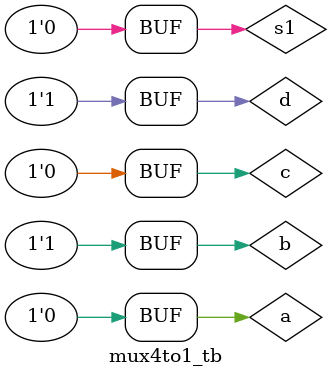
<source format=v>
module mux4to1(input a,b,c,d,s1,s0,output reg y);

wire y0, y1;
  
  mux2to1 m1(s1, c, d, y1);
  mux2to1 m2(s1, a, b, y0);
  mux2to1 m3(s0, y0, y1, y);
endmodule

module mux2to1(input a,b,s, output reg y);
assign y=s?a:b;
endmodule

module mux4to1_tb;
reg a,b,c,d;
reg s1,s0;
wire y;
mux4to1 m4u2(s1,s0,a,b,c,d,y);
initial begin
$monitor("s1=%0b,s0=%0b,a=%0b,b=%0b,c=%0b,d=%0b,y=%0b",s1,s0,a,b,c,d,y);
{a,b,c,d}=4'h5;
repeat(6) begin
{s1,s0}=$random;
#10;
end
end
endmodule

</source>
